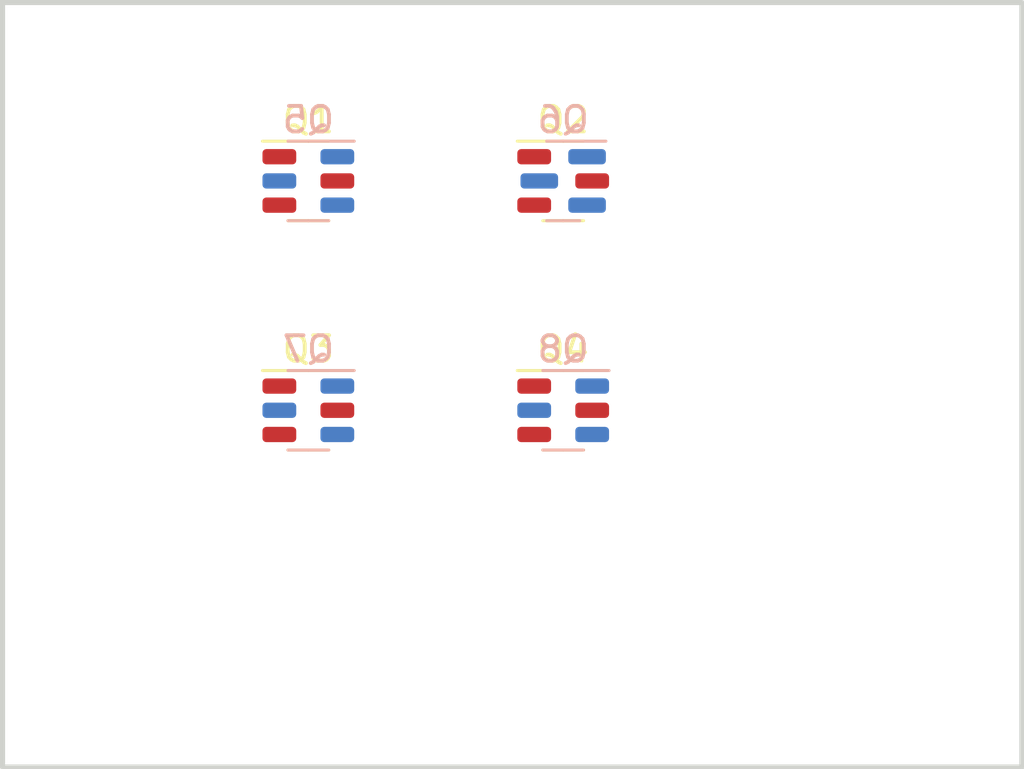
<source format=kicad_pcb>
(kicad_pcb (version 20241229) (generator "pcbnew") (generator_version "9.0")
  (layers (0 "F.Cu" signal) (2 "B.Cu" signal) (13 "F.Paste" user) (15 "B.Paste" user) (5 "F.SilkS" user "F.Silkscreen") (7 "B.SilkS" user "B.Silkscreen") (1 "F.Mask" user) (3 "B.Mask" user) (25 "Edge.Cuts" user))
  (net 0 "")
  (footprint "Package_TO_SOT_SMD:SOT-23-3" (layer "F.Cu") (at 132 86)
    (property "Reference" "Q4" (at 0 -2.4 0) (layer "F.SilkS"))
    (property "Value" "Q_NPN_BCE")
    (fp_line (start 0 -1.56) (end -1.8 -1.56) (stroke (width 0.12)) (layer "F.SilkS"))
    (fp_line (start 0 -1.56) (end 0.8 -1.56) (stroke (width 0.12)) (layer "F.SilkS"))
    (fp_line (start 0 1.56) (end -0.8 1.56) (stroke (width 0.12)) (layer "F.SilkS"))
    (fp_line (start 0 1.56) (end 0.8 1.56) (stroke (width 0.12)) (layer "F.SilkS"))
    (pad "1" smd roundrect (at -1.1375 -0.95) (size 1.325 0.6) (layers "F.Cu" "F.Mask" "F.Paste"))
    (pad "2" smd roundrect (at -1.1375 0.95) (size 1.325 0.6) (layers "F.Cu" "F.Mask" "F.Paste"))
    (pad "3" smd roundrect (at 1.1375 0) (size 1.325 0.6) (layers "F.Cu" "F.Mask" "F.Paste"))
  )
  (footprint "Package_TO_SOT_SMD:SOT-23-3" (layer "F.Cu") (at 122 77)
    (property "Reference" "Q1" (at 0 -2.4 0) (layer "F.SilkS"))
    (property "Value" "Q_NPN_BCE")
    (fp_line (start 0 -1.56) (end -1.8 -1.56) (stroke (width 0.12)) (layer "F.SilkS"))
    (fp_line (start 0 -1.56) (end 0.8 -1.56) (stroke (width 0.12)) (layer "F.SilkS"))
    (fp_line (start 0 1.56) (end -0.8 1.56) (stroke (width 0.12)) (layer "F.SilkS"))
    (fp_line (start 0 1.56) (end 0.8 1.56) (stroke (width 0.12)) (layer "F.SilkS"))
    (pad "1" smd roundrect (at -1.1375 -0.95) (size 1.325 0.6) (layers "F.Cu" "F.Mask" "F.Paste"))
    (pad "2" smd roundrect (at -1.1375 0.95) (size 1.325 0.6) (layers "F.Cu" "F.Mask" "F.Paste"))
    (pad "3" smd roundrect (at 1.1375 0) (size 1.325 0.6) (layers "F.Cu" "F.Mask" "F.Paste"))
  )
  (footprint "Package_TO_SOT_SMD:SOT-23-3" (layer "F.Cu") (at 132 77)
    (property "Reference" "Q2" (at 0 -2.4 0) (layer "F.SilkS"))
    (property "Value" "Q_NPN_BCE")
    (fp_line (start 0 -1.56) (end -1.8 -1.56) (stroke (width 0.12)) (layer "F.SilkS"))
    (fp_line (start 0 -1.56) (end 0.8 -1.56) (stroke (width 0.12)) (layer "F.SilkS"))
    (fp_line (start 0 1.56) (end -0.8 1.56) (stroke (width 0.12)) (layer "F.SilkS"))
    (fp_line (start 0 1.56) (end 0.8 1.56) (stroke (width 0.12)) (layer "F.SilkS"))
    (pad "1" smd roundrect (at -1.1375 -0.95) (size 1.325 0.6) (layers "F.Cu" "F.Mask" "F.Paste"))
    (pad "2" smd roundrect (at -1.1375 0.95) (size 1.325 0.6) (layers "F.Cu" "F.Mask" "F.Paste"))
    (pad "3" smd roundrect (at 1.1375 0) (size 1.325 0.6) (layers "F.Cu" "F.Mask" "F.Paste"))
  )
  (footprint "Package_TO_SOT_SMD:SOT-23-3" (layer "F.Cu") (at 122 86)
    (property "Reference" "Q3" (at 0 -2.4 0) (layer "F.SilkS"))
    (property "Value" "Q_NPN_BCE")
    (fp_line (start 0 -1.56) (end -1.8 -1.56) (stroke (width 0.12)) (layer "F.SilkS"))
    (fp_line (start 0 -1.56) (end 0.8 -1.56) (stroke (width 0.12)) (layer "F.SilkS"))
    (fp_line (start 0 1.56) (end -0.8 1.56) (stroke (width 0.12)) (layer "F.SilkS"))
    (fp_line (start 0 1.56) (end 0.8 1.56) (stroke (width 0.12)) (layer "F.SilkS"))
    (pad "1" smd roundrect (at -1.1375 -0.95) (size 1.325 0.6) (layers "F.Cu" "F.Mask" "F.Paste"))
    (pad "2" smd roundrect (at -1.1375 0.95) (size 1.325 0.6) (layers "F.Cu" "F.Mask" "F.Paste"))
    (pad "3" smd roundrect (at 1.1375 0) (size 1.325 0.6) (layers "F.Cu" "F.Mask" "F.Paste"))
  )
  (footprint "Package_TO_SOT_SMD:SOT-23-3" (layer "B.Cu") (at 132 86 180)
    (property "Reference" "Q8" (at 0 2.4 0) (layer "B.SilkS") (effects (justify mirror)))
    (property "Value" "Q_NPN_BCE")
    (fp_line (start 0 1.56) (end 0.8 1.56) (stroke (width 0.12)) (layer "B.SilkS"))
    (fp_line (start 0 1.56) (end -1.8 1.56) (stroke (width 0.12)) (layer "B.SilkS"))
    (fp_line (start 0 -1.56) (end 0.8 -1.56) (stroke (width 0.12)) (layer "B.SilkS"))
    (fp_line (start 0 -1.56) (end -0.8 -1.56) (stroke (width 0.12)) (layer "B.SilkS"))
    (pad "1" smd roundrect (at -1.1375 0.95 180) (size 1.325 0.6) (layers "B.Cu" "B.Mask" "B.Paste"))
    (pad "2" smd roundrect (at -1.1375 -0.95 180) (size 1.325 0.6) (layers "B.Cu" "B.Mask" "B.Paste"))
    (pad "3" smd roundrect (at 1.1375 0 180) (size 1.325 0.6) (layers "B.Cu" "B.Mask" "B.Paste"))
  )
  (footprint "Package_TO_SOT_SMD:SOT-23-3" (layer "B.Cu") (at 122 86 180)
    (property "Reference" "Q7" (at 0 2.4 0) (layer "B.SilkS") (effects (justify mirror)))
    (property "Value" "Q_NPN_BCE")
    (fp_line (start 0 1.56) (end 0.8 1.56) (stroke (width 0.12)) (layer "B.SilkS"))
    (fp_line (start 0 1.56) (end -1.8 1.56) (stroke (width 0.12)) (layer "B.SilkS"))
    (fp_line (start 0 -1.56) (end 0.8 -1.56) (stroke (width 0.12)) (layer "B.SilkS"))
    (fp_line (start 0 -1.56) (end -0.8 -1.56) (stroke (width 0.12)) (layer "B.SilkS"))
    (pad "1" smd roundrect (at -1.1375 0.95 180) (size 1.325 0.6) (layers "B.Cu" "B.Mask" "B.Paste"))
    (pad "2" smd roundrect (at -1.1375 -0.95 180) (size 1.325 0.6) (layers "B.Cu" "B.Mask" "B.Paste"))
    (pad "3" smd roundrect (at 1.1375 0 180) (size 1.325 0.6) (layers "B.Cu" "B.Mask" "B.Paste"))
  )
  (footprint "Package_TO_SOT_SMD:SOT-23-3" (layer "B.Cu") (at 122 77 180)
    (property "Reference" "Q5" (at 0 2.4 0) (layer "B.SilkS") (effects (justify mirror)))
    (property "Value" "Q_NPN_BCE")
    (fp_line (start 0 1.56) (end 0.8 1.56) (stroke (width 0.12)) (layer "B.SilkS"))
    (fp_line (start 0 1.56) (end -1.8 1.56) (stroke (width 0.12)) (layer "B.SilkS"))
    (fp_line (start 0 -1.56) (end 0.8 -1.56) (stroke (width 0.12)) (layer "B.SilkS"))
    (fp_line (start 0 -1.56) (end -0.8 -1.56) (stroke (width 0.12)) (layer "B.SilkS"))
    (pad "1" smd roundrect (at -1.1375 0.95 180) (size 1.325 0.6) (layers "B.Cu" "B.Mask" "B.Paste"))
    (pad "2" smd roundrect (at -1.1375 -0.95 180) (size 1.325 0.6) (layers "B.Cu" "B.Mask" "B.Paste"))
    (pad "3" smd roundrect (at 1.1375 0 180) (size 1.325 0.6) (layers "B.Cu" "B.Mask" "B.Paste"))
  )
  (footprint "Package_TO_SOT_SMD:SOT-23" (layer "B.Cu") (at 132 77 180)
    (property "Reference" "Q6" (at 0 2.4 0) (layer "B.SilkS") (effects (justify mirror)))
    (property "Value" "Q_NPN_BCE")
    (fp_line (start 0 1.56) (end 0.65 1.56) (stroke (width 0.12)) (layer "B.SilkS"))
    (fp_line (start 0 1.56) (end -1.675 1.56) (stroke (width 0.12)) (layer "B.SilkS"))
    (fp_line (start 0 -1.56) (end 0.65 -1.56) (stroke (width 0.12)) (layer "B.SilkS"))
    (fp_line (start 0 -1.56) (end -0.65 -1.56) (stroke (width 0.12)) (layer "B.SilkS"))
    (pad "1" smd roundrect (at -0.9375 0.95 180) (size 1.475 0.6) (layers "B.Cu" "B.Mask" "B.Paste"))
    (pad "2" smd roundrect (at -0.9375 -0.95 180) (size 1.475 0.6) (layers "B.Cu" "B.Mask" "B.Paste"))
    (pad "3" smd roundrect (at 0.9375 0 180) (size 1.475 0.6) (layers "B.Cu" "B.Mask" "B.Paste"))
  )
  (gr_rect (start 110 70) (end 150 100) (stroke (width 0.2)) (fill no) (layer "Edge.Cuts"))
)
</source>
